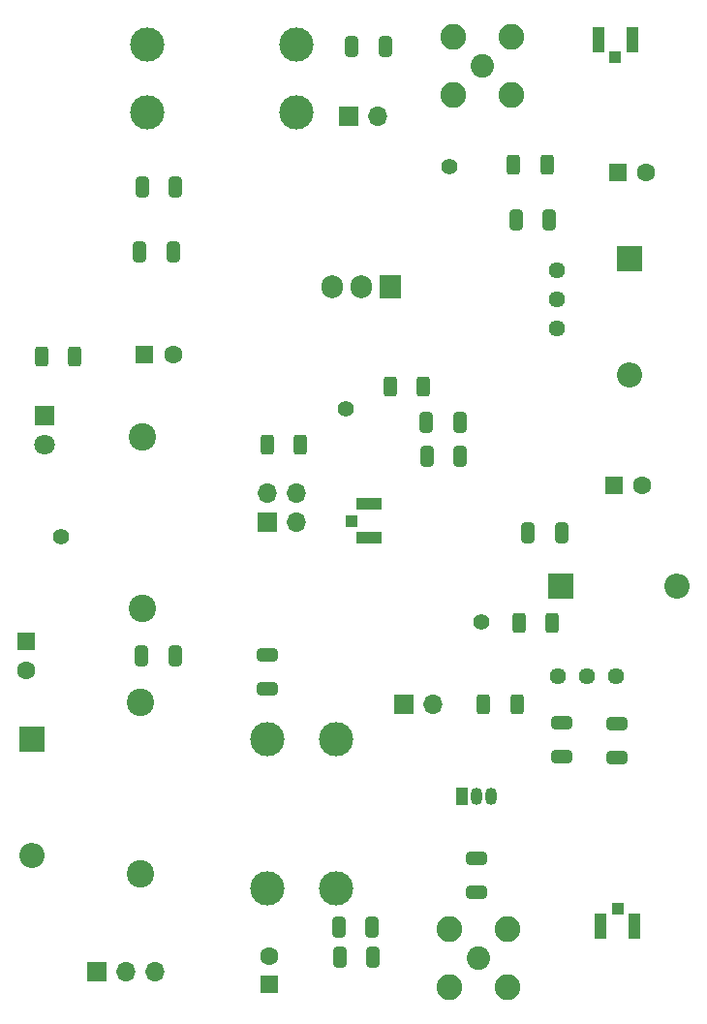
<source format=gbr>
%TF.GenerationSoftware,KiCad,Pcbnew,(6.0.7)*%
%TF.CreationDate,2023-01-12T16:49:01-05:00*%
%TF.ProjectId,Phoenix612_Stage_3_PA_Testing_v1,50686f65-6e69-4783-9631-325f53746167,rev?*%
%TF.SameCoordinates,Original*%
%TF.FileFunction,Soldermask,Top*%
%TF.FilePolarity,Negative*%
%FSLAX46Y46*%
G04 Gerber Fmt 4.6, Leading zero omitted, Abs format (unit mm)*
G04 Created by KiCad (PCBNEW (6.0.7)) date 2023-01-12 16:49:01*
%MOMM*%
%LPD*%
G01*
G04 APERTURE LIST*
G04 Aperture macros list*
%AMRoundRect*
0 Rectangle with rounded corners*
0 $1 Rounding radius*
0 $2 $3 $4 $5 $6 $7 $8 $9 X,Y pos of 4 corners*
0 Add a 4 corners polygon primitive as box body*
4,1,4,$2,$3,$4,$5,$6,$7,$8,$9,$2,$3,0*
0 Add four circle primitives for the rounded corners*
1,1,$1+$1,$2,$3*
1,1,$1+$1,$4,$5*
1,1,$1+$1,$6,$7*
1,1,$1+$1,$8,$9*
0 Add four rect primitives between the rounded corners*
20,1,$1+$1,$2,$3,$4,$5,0*
20,1,$1+$1,$4,$5,$6,$7,0*
20,1,$1+$1,$6,$7,$8,$9,0*
20,1,$1+$1,$8,$9,$2,$3,0*%
G04 Aperture macros list end*
%ADD10RoundRect,0.250000X-0.312500X-0.625000X0.312500X-0.625000X0.312500X0.625000X-0.312500X0.625000X0*%
%ADD11C,2.250000*%
%ADD12C,2.050000*%
%ADD13RoundRect,0.250000X-0.325000X-0.650000X0.325000X-0.650000X0.325000X0.650000X-0.325000X0.650000X0*%
%ADD14C,2.400000*%
%ADD15R,1.050000X2.200000*%
%ADD16R,1.000000X1.050000*%
%ADD17O,2.200000X2.200000*%
%ADD18R,2.200000X2.200000*%
%ADD19RoundRect,0.250000X0.312500X0.625000X-0.312500X0.625000X-0.312500X-0.625000X0.312500X-0.625000X0*%
%ADD20O,1.050000X1.500000*%
%ADD21R,1.050000X1.500000*%
%ADD22C,1.600000*%
%ADD23R,1.600000X1.600000*%
%ADD24RoundRect,0.250000X0.650000X-0.325000X0.650000X0.325000X-0.650000X0.325000X-0.650000X-0.325000X0*%
%ADD25C,1.800000*%
%ADD26R,1.800000X1.800000*%
%ADD27C,1.400000*%
%ADD28RoundRect,0.250000X0.325000X0.650000X-0.325000X0.650000X-0.325000X-0.650000X0.325000X-0.650000X0*%
%ADD29O,1.905000X2.000000*%
%ADD30R,1.905000X2.000000*%
%ADD31C,1.440000*%
%ADD32O,1.700000X1.700000*%
%ADD33R,1.700000X1.700000*%
%ADD34RoundRect,0.250000X-0.650000X0.325000X-0.650000X-0.325000X0.650000X-0.325000X0.650000X0.325000X0*%
%ADD35C,3.000000*%
%ADD36R,2.200000X1.050000*%
%ADD37R,1.050000X1.000000*%
G04 APERTURE END LIST*
D10*
%TO.C,R5*%
X127497300Y-48742600D03*
X124572300Y-48742600D03*
%TD*%
D11*
%TO.C,J4*%
X124333000Y-42672000D03*
X124333000Y-37592000D03*
X119253000Y-42672000D03*
X119253000Y-37592000D03*
D12*
X121793000Y-40132000D03*
%TD*%
D13*
%TO.C,C7*%
X94972400Y-91694000D03*
X92022400Y-91694000D03*
%TD*%
D14*
%TO.C,L2*%
X92075000Y-72560800D03*
X92075000Y-87560800D03*
%TD*%
D15*
%TO.C,U2*%
X135129800Y-115341400D03*
X132179800Y-115341400D03*
D16*
X133654800Y-113816400D03*
%TD*%
D17*
%TO.C,D1*%
X138887200Y-85598000D03*
D18*
X128727200Y-85598000D03*
%TD*%
D15*
%TO.C,U3*%
X131976600Y-37846000D03*
X134926600Y-37846000D03*
D16*
X133451600Y-39371000D03*
%TD*%
D19*
%TO.C,R1*%
X121920000Y-95961200D03*
X124845000Y-95961200D03*
%TD*%
D10*
%TO.C,R2*%
X127954500Y-88798400D03*
X125029500Y-88798400D03*
%TD*%
D20*
%TO.C,Q1*%
X122631200Y-103992000D03*
X121361200Y-103992000D03*
D21*
X120091200Y-103992000D03*
%TD*%
D22*
%TO.C,C17*%
X136154800Y-49453800D03*
D23*
X133654800Y-49453800D03*
%TD*%
D11*
%TO.C,J1*%
X118922800Y-115544600D03*
X124002800Y-120624600D03*
X124002800Y-115544600D03*
X118922800Y-120624600D03*
D12*
X121462800Y-118084600D03*
%TD*%
D24*
%TO.C,C8*%
X102997000Y-91641400D03*
X102997000Y-94591400D03*
%TD*%
D13*
%TO.C,C13*%
X112219000Y-115392200D03*
X109269000Y-115392200D03*
%TD*%
D14*
%TO.C,L1*%
X91922600Y-110758000D03*
X91922600Y-95758000D03*
%TD*%
D13*
%TO.C,C18*%
X113362000Y-38481000D03*
X110412000Y-38481000D03*
%TD*%
D25*
%TO.C,D4*%
X83591400Y-73248600D03*
D26*
X83591400Y-70708600D03*
%TD*%
D24*
%TO.C,C2*%
X121285000Y-109394200D03*
X121285000Y-112344200D03*
%TD*%
D27*
%TO.C,TP1*%
X121716800Y-88773000D03*
%TD*%
D22*
%TO.C,C6*%
X135840349Y-76784200D03*
D23*
X133340349Y-76784200D03*
%TD*%
D28*
%TO.C,C4*%
X125829800Y-80975200D03*
X128779800Y-80975200D03*
%TD*%
D13*
%TO.C,C19*%
X95023200Y-50749200D03*
X92073200Y-50749200D03*
%TD*%
D29*
%TO.C,Q2*%
X108737400Y-59486800D03*
X111277400Y-59486800D03*
D30*
X113817400Y-59486800D03*
%TD*%
D31*
%TO.C,RV2*%
X128346200Y-58023600D03*
X128346200Y-60563600D03*
X128346200Y-63103600D03*
%TD*%
D13*
%TO.C,C9*%
X112297000Y-118033800D03*
X109347000Y-118033800D03*
%TD*%
D28*
%TO.C,C14*%
X124761200Y-53594000D03*
X127711200Y-53594000D03*
%TD*%
D13*
%TO.C,C15*%
X94845400Y-56388000D03*
X91895400Y-56388000D03*
%TD*%
D32*
%TO.C,J5*%
X93243400Y-119303800D03*
X90703400Y-119303800D03*
D33*
X88163400Y-119303800D03*
%TD*%
D27*
%TO.C,TP4*%
X109905800Y-70129400D03*
%TD*%
D19*
%TO.C,R3*%
X103007700Y-73228200D03*
X105932700Y-73228200D03*
%TD*%
D32*
%TO.C,J6*%
X105557400Y-77449600D03*
X105557400Y-79989600D03*
X103017400Y-77449600D03*
D33*
X103017400Y-79989600D03*
%TD*%
D13*
%TO.C,C10*%
X119864400Y-71323200D03*
X116914400Y-71323200D03*
%TD*%
D27*
%TO.C,TP2*%
X118973600Y-48971200D03*
%TD*%
D17*
%TO.C,D2*%
X134696200Y-67183000D03*
D18*
X134696200Y-57023000D03*
%TD*%
D32*
%TO.C,J3*%
X112669400Y-44577000D03*
D33*
X110129400Y-44577000D03*
%TD*%
D31*
%TO.C,RV1*%
X128473200Y-93446600D03*
X131013200Y-93446600D03*
X133553200Y-93446600D03*
%TD*%
D10*
%TO.C,R6*%
X86222300Y-65506600D03*
X83297300Y-65506600D03*
%TD*%
D13*
%TO.C,C11*%
X119915200Y-74295000D03*
X116965200Y-74295000D03*
%TD*%
D34*
%TO.C,C1*%
X128752600Y-100507800D03*
X128752600Y-97557800D03*
%TD*%
D19*
%TO.C,R4*%
X113751900Y-68173600D03*
X116676900Y-68173600D03*
%TD*%
D17*
%TO.C,D3*%
X82423000Y-109118400D03*
D18*
X82423000Y-98958400D03*
%TD*%
D27*
%TO.C,TP3*%
X85013800Y-81254600D03*
%TD*%
D35*
%TO.C,T2*%
X105534600Y-38249600D03*
X92534600Y-38249600D03*
X105534600Y-44249600D03*
X92534600Y-44249600D03*
%TD*%
%TO.C,T1*%
X103045000Y-99011600D03*
X103045000Y-112011600D03*
X109045000Y-99011600D03*
X109045000Y-112011600D03*
%TD*%
D22*
%TO.C,C5*%
X81940400Y-92939749D03*
D23*
X81940400Y-90439749D03*
%TD*%
D32*
%TO.C,J2*%
X117495400Y-95961200D03*
D33*
X114955400Y-95961200D03*
%TD*%
D22*
%TO.C,C12*%
X103225600Y-117931051D03*
D23*
X103225600Y-120431051D03*
%TD*%
D36*
%TO.C,U1*%
X111900050Y-78433400D03*
X111900050Y-81383400D03*
D37*
X110375050Y-79908400D03*
%TD*%
D22*
%TO.C,C16*%
X94793949Y-65405000D03*
D23*
X92293949Y-65405000D03*
%TD*%
D34*
%TO.C,C3*%
X133604000Y-100611200D03*
X133604000Y-97661200D03*
%TD*%
M02*

</source>
